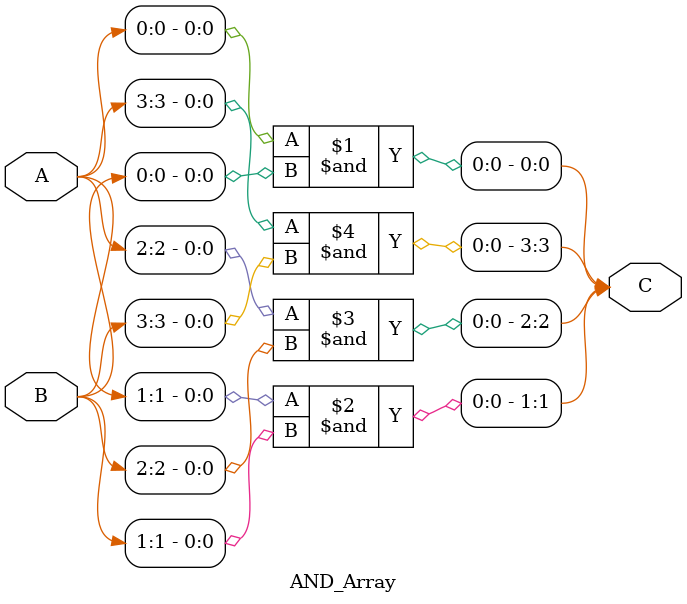
<source format=v>
module AND_Array(A,B,C);
input [3:0]A,B;
output [3:0]C;
assign C[0]=A[0]&B[0];
assign C[1]=A[1]&B[1];
assign C[2]=A[2]&B[2];
assign C[3]=A[3]&B[3];
endmodule 
</source>
